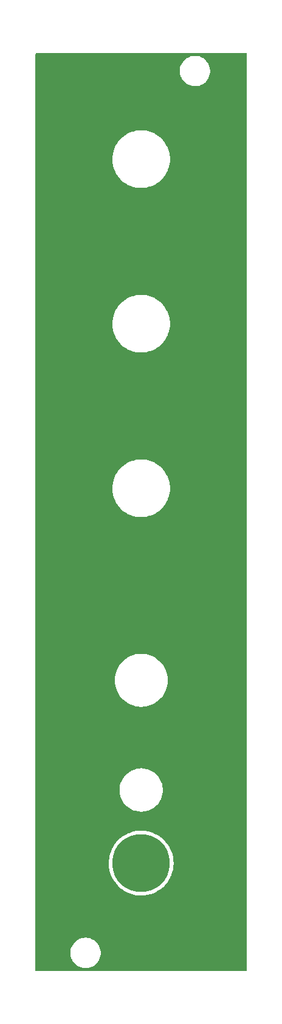
<source format=gbr>
%TF.GenerationSoftware,KiCad,Pcbnew,(6.0.5)*%
%TF.CreationDate,2023-02-15T12:36:01-05:00*%
%TF.ProjectId,wow_and_flutter,776f775f-616e-4645-9f66-6c7574746572,rev?*%
%TF.SameCoordinates,Original*%
%TF.FileFunction,Copper,L2,Bot*%
%TF.FilePolarity,Positive*%
%FSLAX46Y46*%
G04 Gerber Fmt 4.6, Leading zero omitted, Abs format (unit mm)*
G04 Created by KiCad (PCBNEW (6.0.5)) date 2023-02-15 12:36:01*
%MOMM*%
%LPD*%
G01*
G04 APERTURE LIST*
%TA.AperFunction,ComponentPad*%
%ADD10C,8.000000*%
%TD*%
G04 APERTURE END LIST*
D10*
%TO.P,H7,*%
%TO.N,*%
X91440000Y-138430000D03*
%TD*%
%TA.AperFunction,NonConductor*%
G36*
X106113621Y-25928502D02*
G01*
X106160114Y-25982158D01*
X106171500Y-26034500D01*
X106171500Y-153265500D01*
X106151498Y-153333621D01*
X106097842Y-153380114D01*
X106045500Y-153391500D01*
X76834500Y-153391500D01*
X76766379Y-153371498D01*
X76719886Y-153317842D01*
X76708500Y-153265500D01*
X76708500Y-151032703D01*
X81590743Y-151032703D01*
X81628268Y-151317734D01*
X81704129Y-151595036D01*
X81816923Y-151859476D01*
X81964561Y-152106161D01*
X82144313Y-152330528D01*
X82352851Y-152528423D01*
X82586317Y-152696186D01*
X82590112Y-152698195D01*
X82590113Y-152698196D01*
X82611869Y-152709715D01*
X82840392Y-152830712D01*
X83110373Y-152929511D01*
X83391264Y-152990755D01*
X83419841Y-152993004D01*
X83614282Y-153008307D01*
X83614291Y-153008307D01*
X83616739Y-153008500D01*
X83772271Y-153008500D01*
X83774407Y-153008354D01*
X83774418Y-153008354D01*
X83982548Y-152994165D01*
X83982554Y-152994164D01*
X83986825Y-152993873D01*
X83991020Y-152993004D01*
X83991022Y-152993004D01*
X84127583Y-152964724D01*
X84268342Y-152935574D01*
X84539343Y-152839607D01*
X84794812Y-152707750D01*
X84798313Y-152705289D01*
X84798317Y-152705287D01*
X84912418Y-152625095D01*
X85030023Y-152542441D01*
X85240622Y-152346740D01*
X85422713Y-152124268D01*
X85572927Y-151879142D01*
X85688483Y-151615898D01*
X85767244Y-151339406D01*
X85807751Y-151054784D01*
X85807845Y-151036951D01*
X85809235Y-150771583D01*
X85809235Y-150771576D01*
X85809257Y-150767297D01*
X85771732Y-150482266D01*
X85695871Y-150204964D01*
X85583077Y-149940524D01*
X85435439Y-149693839D01*
X85255687Y-149469472D01*
X85047149Y-149271577D01*
X84813683Y-149103814D01*
X84791843Y-149092250D01*
X84768654Y-149079972D01*
X84559608Y-148969288D01*
X84289627Y-148870489D01*
X84008736Y-148809245D01*
X83977685Y-148806801D01*
X83785718Y-148791693D01*
X83785709Y-148791693D01*
X83783261Y-148791500D01*
X83627729Y-148791500D01*
X83625593Y-148791646D01*
X83625582Y-148791646D01*
X83417452Y-148805835D01*
X83417446Y-148805836D01*
X83413175Y-148806127D01*
X83408980Y-148806996D01*
X83408978Y-148806996D01*
X83272417Y-148835276D01*
X83131658Y-148864426D01*
X82860657Y-148960393D01*
X82605188Y-149092250D01*
X82601687Y-149094711D01*
X82601683Y-149094713D01*
X82591594Y-149101804D01*
X82369977Y-149257559D01*
X82159378Y-149453260D01*
X81977287Y-149675732D01*
X81827073Y-149920858D01*
X81711517Y-150184102D01*
X81632756Y-150460594D01*
X81592249Y-150745216D01*
X81592227Y-150749505D01*
X81592226Y-150749512D01*
X81590765Y-151028417D01*
X81590743Y-151032703D01*
X76708500Y-151032703D01*
X76708500Y-138587512D01*
X86929433Y-138587512D01*
X86929662Y-138590357D01*
X86929662Y-138590360D01*
X86957465Y-138935910D01*
X86962273Y-138995668D01*
X87031969Y-139399168D01*
X87137949Y-139794691D01*
X87279340Y-140178980D01*
X87454979Y-140548874D01*
X87572260Y-140747186D01*
X87633473Y-140850691D01*
X87663418Y-140901326D01*
X87902944Y-141233436D01*
X88171584Y-141542471D01*
X88467126Y-141825886D01*
X88469344Y-141827656D01*
X88469349Y-141827661D01*
X88627133Y-141953618D01*
X88787139Y-142081349D01*
X88789520Y-142082919D01*
X89079482Y-142274113D01*
X89128989Y-142306757D01*
X89131519Y-142308113D01*
X89131518Y-142308113D01*
X89438340Y-142472630D01*
X89489860Y-142500255D01*
X89866784Y-142660250D01*
X89869522Y-142661129D01*
X90253931Y-142784549D01*
X90253935Y-142784550D01*
X90256657Y-142785424D01*
X90259447Y-142786048D01*
X90259452Y-142786049D01*
X90653477Y-142874125D01*
X90653488Y-142874127D01*
X90656271Y-142874749D01*
X91062335Y-142927487D01*
X91471509Y-142943206D01*
X91474371Y-142943056D01*
X91474372Y-142943056D01*
X91877566Y-142921926D01*
X91877573Y-142921925D01*
X91880422Y-142921776D01*
X91883245Y-142921369D01*
X91883247Y-142921369D01*
X92282889Y-142863780D01*
X92282896Y-142863779D01*
X92285711Y-142863373D01*
X92684038Y-142768478D01*
X92686736Y-142767570D01*
X92686743Y-142767568D01*
X93069414Y-142638785D01*
X93069420Y-142638783D01*
X93072126Y-142637872D01*
X93446779Y-142472630D01*
X93804914Y-142274113D01*
X94143583Y-142043954D01*
X94459998Y-141784047D01*
X94462036Y-141782038D01*
X94462043Y-141782031D01*
X94707161Y-141540311D01*
X94751555Y-141496533D01*
X94757261Y-141489781D01*
X95014008Y-141185963D01*
X95014013Y-141185957D01*
X95015854Y-141183778D01*
X95250719Y-140848356D01*
X95454217Y-140493027D01*
X95596815Y-140181567D01*
X95623485Y-140123316D01*
X95623488Y-140123307D01*
X95624674Y-140120718D01*
X95760685Y-139734492D01*
X95861133Y-139337528D01*
X95925189Y-138933095D01*
X95952326Y-138524520D01*
X95953316Y-138430000D01*
X95934741Y-138020947D01*
X95879169Y-137615260D01*
X95787057Y-137216280D01*
X95781460Y-137199255D01*
X95660057Y-136830005D01*
X95660054Y-136829998D01*
X95659164Y-136827290D01*
X95496542Y-136451492D01*
X95300529Y-136091980D01*
X95220190Y-135971971D01*
X95074332Y-135754090D01*
X95074324Y-135754079D01*
X95072740Y-135751713D01*
X94815049Y-135433491D01*
X94636382Y-135249763D01*
X94531567Y-135141980D01*
X94531563Y-135141976D01*
X94529577Y-135139934D01*
X94527419Y-135138084D01*
X94527409Y-135138075D01*
X94220849Y-134875321D01*
X94220844Y-134875317D01*
X94218675Y-134873458D01*
X94216344Y-134871801D01*
X94216337Y-134871796D01*
X94010663Y-134725632D01*
X93884900Y-134636257D01*
X93658345Y-134504399D01*
X93533474Y-134431722D01*
X93533469Y-134431719D01*
X93531001Y-134430283D01*
X93296846Y-134321095D01*
X93162487Y-134258442D01*
X93162477Y-134258438D01*
X93159891Y-134257232D01*
X93157194Y-134256261D01*
X92777314Y-134119495D01*
X92777305Y-134119492D01*
X92774624Y-134118527D01*
X92512247Y-134050183D01*
X92381140Y-134016032D01*
X92381134Y-134016031D01*
X92378371Y-134015311D01*
X91974395Y-133948433D01*
X91971552Y-133948224D01*
X91971550Y-133948224D01*
X91568865Y-133918653D01*
X91566019Y-133918444D01*
X91396043Y-133921411D01*
X91159458Y-133925540D01*
X91159453Y-133925540D01*
X91156607Y-133925590D01*
X91153774Y-133925898D01*
X91153770Y-133925898D01*
X90824896Y-133961625D01*
X90749527Y-133969813D01*
X90348130Y-134050749D01*
X90345402Y-134051562D01*
X90345391Y-134051565D01*
X90032867Y-134144733D01*
X89955721Y-134167731D01*
X89953060Y-134168795D01*
X89953058Y-134168796D01*
X89728927Y-134258442D01*
X89575529Y-134319797D01*
X89572982Y-134321095D01*
X89213227Y-134504399D01*
X89213222Y-134504402D01*
X89210684Y-134505695D01*
X88864189Y-134723894D01*
X88538896Y-134972599D01*
X88237483Y-135249763D01*
X87962430Y-135553104D01*
X87716002Y-135880125D01*
X87500227Y-136228135D01*
X87498947Y-136230691D01*
X87498942Y-136230700D01*
X87389635Y-136448982D01*
X87316881Y-136594269D01*
X87315840Y-136596925D01*
X87315837Y-136596932D01*
X87225561Y-136827290D01*
X87167473Y-136975513D01*
X87166681Y-136978240D01*
X87166677Y-136978251D01*
X87096715Y-137219063D01*
X87053233Y-137368729D01*
X86975101Y-137770681D01*
X86933721Y-138178060D01*
X86929433Y-138587512D01*
X76708500Y-138587512D01*
X76708500Y-128396196D01*
X88429044Y-128396196D01*
X88429405Y-128399810D01*
X88429405Y-128399816D01*
X88453694Y-128643157D01*
X88463503Y-128741431D01*
X88537414Y-129080417D01*
X88649797Y-129408661D01*
X88799163Y-129721812D01*
X88983532Y-130015721D01*
X88985804Y-130018557D01*
X88985809Y-130018564D01*
X89042252Y-130089016D01*
X89200459Y-130286491D01*
X89447071Y-130530534D01*
X89720098Y-130744614D01*
X90015921Y-130925895D01*
X90019206Y-130927420D01*
X90019210Y-130927422D01*
X90258653Y-131038567D01*
X90330620Y-131071973D01*
X90434926Y-131106469D01*
X90656578Y-131179774D01*
X90656583Y-131179775D01*
X90660023Y-131180913D01*
X90663578Y-131181649D01*
X90663581Y-131181650D01*
X90996214Y-131250535D01*
X90996217Y-131250535D01*
X90999764Y-131251270D01*
X91138221Y-131263627D01*
X91302076Y-131278251D01*
X91302082Y-131278251D01*
X91304869Y-131278500D01*
X91528432Y-131278500D01*
X91530251Y-131278395D01*
X91530255Y-131278395D01*
X91782754Y-131263836D01*
X91782759Y-131263835D01*
X91786374Y-131263627D01*
X91861388Y-131250535D01*
X92124585Y-131204600D01*
X92124592Y-131204598D01*
X92128158Y-131203976D01*
X92131633Y-131202947D01*
X92131640Y-131202945D01*
X92264863Y-131163482D01*
X92460820Y-131105437D01*
X92464159Y-131104013D01*
X92776614Y-130970740D01*
X92776617Y-130970738D01*
X92779952Y-130969316D01*
X92783099Y-130967521D01*
X92783103Y-130967519D01*
X93078184Y-130799208D01*
X93081324Y-130797417D01*
X93360940Y-130592018D01*
X93615096Y-130355842D01*
X93840422Y-130092019D01*
X94033931Y-129804047D01*
X94193060Y-129495741D01*
X94315698Y-129171189D01*
X94400220Y-128834692D01*
X94445506Y-128490711D01*
X94450956Y-128143804D01*
X94441163Y-128045685D01*
X94416857Y-127802177D01*
X94416497Y-127798569D01*
X94342586Y-127459583D01*
X94230203Y-127131339D01*
X94080837Y-126818188D01*
X93896468Y-126524279D01*
X93894196Y-126521443D01*
X93894191Y-126521436D01*
X93681813Y-126256345D01*
X93679541Y-126253509D01*
X93432929Y-126009466D01*
X93159902Y-125795386D01*
X92864079Y-125614105D01*
X92860794Y-125612580D01*
X92860790Y-125612578D01*
X92552663Y-125469551D01*
X92549380Y-125468027D01*
X92379112Y-125411716D01*
X92223422Y-125360226D01*
X92223417Y-125360225D01*
X92219977Y-125359087D01*
X92216422Y-125358351D01*
X92216419Y-125358350D01*
X91883786Y-125289465D01*
X91883783Y-125289465D01*
X91880236Y-125288730D01*
X91725947Y-125274960D01*
X91577924Y-125261749D01*
X91577918Y-125261749D01*
X91575131Y-125261500D01*
X91351568Y-125261500D01*
X91349749Y-125261605D01*
X91349745Y-125261605D01*
X91097246Y-125276164D01*
X91097241Y-125276165D01*
X91093626Y-125276373D01*
X91024669Y-125288408D01*
X90755415Y-125335400D01*
X90755408Y-125335402D01*
X90751842Y-125336024D01*
X90748367Y-125337053D01*
X90748360Y-125337055D01*
X90670137Y-125360226D01*
X90419180Y-125434563D01*
X90415844Y-125435986D01*
X90415841Y-125435987D01*
X90103386Y-125569260D01*
X90103383Y-125569262D01*
X90100048Y-125570684D01*
X90096901Y-125572479D01*
X90096897Y-125572481D01*
X90020602Y-125615999D01*
X89798676Y-125742583D01*
X89519060Y-125947982D01*
X89264904Y-126184158D01*
X89039578Y-126447981D01*
X88846069Y-126735953D01*
X88686940Y-127044259D01*
X88564302Y-127368811D01*
X88479780Y-127705308D01*
X88434494Y-128049289D01*
X88429044Y-128396196D01*
X76708500Y-128396196D01*
X76708500Y-113030000D01*
X87751445Y-113030000D01*
X87771651Y-113415559D01*
X87832049Y-113796894D01*
X87931976Y-114169826D01*
X88070337Y-114530270D01*
X88245618Y-114874277D01*
X88455896Y-115198078D01*
X88698869Y-115498125D01*
X88971875Y-115771131D01*
X89271922Y-116014104D01*
X89595723Y-116224382D01*
X89598657Y-116225877D01*
X89598664Y-116225881D01*
X89936790Y-116398165D01*
X89939730Y-116399663D01*
X90300174Y-116538024D01*
X90673106Y-116637951D01*
X90875643Y-116670030D01*
X91051193Y-116697835D01*
X91051201Y-116697836D01*
X91054441Y-116698349D01*
X91343543Y-116713500D01*
X91536457Y-116713500D01*
X91825559Y-116698349D01*
X91828799Y-116697836D01*
X91828807Y-116697835D01*
X92004357Y-116670030D01*
X92206894Y-116637951D01*
X92579826Y-116538024D01*
X92940270Y-116399663D01*
X92943210Y-116398165D01*
X93281336Y-116225881D01*
X93281343Y-116225877D01*
X93284277Y-116224382D01*
X93608078Y-116014104D01*
X93908125Y-115771131D01*
X94181131Y-115498125D01*
X94424104Y-115198078D01*
X94632585Y-114877046D01*
X94632586Y-114877044D01*
X94634382Y-114874278D01*
X94635882Y-114871336D01*
X94808165Y-114533210D01*
X94809663Y-114530270D01*
X94948024Y-114169826D01*
X95047951Y-113796894D01*
X95108349Y-113415559D01*
X95128555Y-113030000D01*
X95108349Y-112644441D01*
X95047951Y-112263106D01*
X94948024Y-111890174D01*
X94809663Y-111529730D01*
X94634382Y-111185723D01*
X94424104Y-110861922D01*
X94181131Y-110561875D01*
X93908125Y-110288869D01*
X93608078Y-110045896D01*
X93284277Y-109835618D01*
X93281343Y-109834123D01*
X93281336Y-109834119D01*
X92943210Y-109661835D01*
X92940270Y-109660337D01*
X92579826Y-109521976D01*
X92206894Y-109422049D01*
X92004357Y-109389970D01*
X91828807Y-109362165D01*
X91828799Y-109362164D01*
X91825559Y-109361651D01*
X91536457Y-109346500D01*
X91343543Y-109346500D01*
X91054441Y-109361651D01*
X91051201Y-109362164D01*
X91051193Y-109362165D01*
X90875643Y-109389970D01*
X90673106Y-109422049D01*
X90300174Y-109521976D01*
X89939730Y-109660337D01*
X89936790Y-109661835D01*
X89598664Y-109834119D01*
X89598657Y-109834123D01*
X89595723Y-109835618D01*
X89271922Y-110045896D01*
X88971875Y-110288869D01*
X88698869Y-110561875D01*
X88455896Y-110861922D01*
X88454094Y-110864697D01*
X88247416Y-111182953D01*
X88247414Y-111182956D01*
X88245618Y-111185722D01*
X88244123Y-111188656D01*
X88244119Y-111188663D01*
X88071835Y-111526790D01*
X88070337Y-111529730D01*
X87931976Y-111890174D01*
X87832049Y-112263106D01*
X87771651Y-112644441D01*
X87751445Y-113030000D01*
X76708500Y-113030000D01*
X76708500Y-86444052D01*
X87427391Y-86444052D01*
X87427612Y-86447171D01*
X87427612Y-86447178D01*
X87443735Y-86674895D01*
X87455579Y-86842168D01*
X87523169Y-87235515D01*
X87629491Y-87620205D01*
X87630614Y-87623107D01*
X87630617Y-87623117D01*
X87712390Y-87834487D01*
X87773495Y-87992433D01*
X87953757Y-88348518D01*
X87955436Y-88351148D01*
X87955442Y-88351159D01*
X88081363Y-88548434D01*
X88168494Y-88684939D01*
X88170423Y-88687386D01*
X88170428Y-88687393D01*
X88315769Y-88871756D01*
X88415582Y-88998368D01*
X88417757Y-89000624D01*
X88417762Y-89000630D01*
X88542283Y-89129800D01*
X88692578Y-89285708D01*
X88694971Y-89287741D01*
X88994348Y-89542081D01*
X88994357Y-89542088D01*
X88996743Y-89544115D01*
X88999323Y-89545898D01*
X89322497Y-89769258D01*
X89322506Y-89769263D01*
X89325069Y-89771035D01*
X89327804Y-89772548D01*
X89327809Y-89772551D01*
X89494018Y-89864492D01*
X89674309Y-89964224D01*
X89677178Y-89965457D01*
X89677189Y-89965462D01*
X90038142Y-90120539D01*
X90041010Y-90121771D01*
X90043987Y-90122712D01*
X90043991Y-90122714D01*
X90174707Y-90164054D01*
X90421545Y-90242118D01*
X90812152Y-90324076D01*
X90815269Y-90324412D01*
X90815270Y-90324412D01*
X91206516Y-90366570D01*
X91206519Y-90366570D01*
X91208967Y-90366834D01*
X91211430Y-90366905D01*
X91211431Y-90366905D01*
X91214681Y-90366999D01*
X91266803Y-90368500D01*
X91540217Y-90368500D01*
X91541780Y-90368422D01*
X91541788Y-90368422D01*
X91639009Y-90363582D01*
X91838619Y-90353645D01*
X91841704Y-90353181D01*
X91841706Y-90353181D01*
X92230203Y-90294773D01*
X92233296Y-90294308D01*
X92236332Y-90293537D01*
X92617085Y-90196838D01*
X92617088Y-90196837D01*
X92620128Y-90196065D01*
X92623076Y-90194995D01*
X92992352Y-90060955D01*
X92992362Y-90060951D01*
X92995290Y-90059888D01*
X93355071Y-89887123D01*
X93695915Y-89679479D01*
X93872862Y-89545898D01*
X94011957Y-89440892D01*
X94011960Y-89440890D01*
X94014451Y-89439009D01*
X94016733Y-89436899D01*
X94016742Y-89436892D01*
X94305231Y-89170214D01*
X94307528Y-89168091D01*
X94572249Y-88869405D01*
X94805995Y-88545903D01*
X95006455Y-88200785D01*
X95101188Y-87992433D01*
X95170349Y-87840321D01*
X95171648Y-87837464D01*
X95246420Y-87617194D01*
X95298931Y-87462499D01*
X95298932Y-87462496D01*
X95299938Y-87459532D01*
X95300642Y-87456494D01*
X95300645Y-87456484D01*
X95389353Y-87073770D01*
X95389353Y-87073768D01*
X95390058Y-87070728D01*
X95441117Y-86674895D01*
X95452609Y-86275948D01*
X95436487Y-86048240D01*
X95424643Y-85880968D01*
X95424421Y-85877832D01*
X95356831Y-85484485D01*
X95250509Y-85099795D01*
X95249386Y-85096893D01*
X95249383Y-85096883D01*
X95107635Y-84730488D01*
X95106505Y-84727567D01*
X94926243Y-84371482D01*
X94924564Y-84368852D01*
X94924558Y-84368841D01*
X94713187Y-84037695D01*
X94711506Y-84035061D01*
X94709577Y-84032614D01*
X94709572Y-84032607D01*
X94466362Y-83724098D01*
X94464418Y-83721632D01*
X94462243Y-83719376D01*
X94462238Y-83719370D01*
X94337717Y-83590200D01*
X94187422Y-83434292D01*
X94006975Y-83280991D01*
X93885652Y-83177919D01*
X93885643Y-83177912D01*
X93883257Y-83175885D01*
X93818504Y-83131131D01*
X93557503Y-82950742D01*
X93557494Y-82950737D01*
X93554931Y-82948965D01*
X93552196Y-82947452D01*
X93552191Y-82947449D01*
X93342618Y-82831520D01*
X93205691Y-82755776D01*
X93202822Y-82754543D01*
X93202811Y-82754538D01*
X92841858Y-82599461D01*
X92841855Y-82599460D01*
X92838990Y-82598229D01*
X92836013Y-82597288D01*
X92836009Y-82597286D01*
X92705293Y-82555946D01*
X92458455Y-82477882D01*
X92067848Y-82395924D01*
X92064730Y-82395588D01*
X91673484Y-82353430D01*
X91673481Y-82353430D01*
X91671033Y-82353166D01*
X91668570Y-82353095D01*
X91668569Y-82353095D01*
X91665319Y-82353001D01*
X91613197Y-82351500D01*
X91339783Y-82351500D01*
X91338220Y-82351578D01*
X91338212Y-82351578D01*
X91240991Y-82356418D01*
X91041381Y-82366355D01*
X91038296Y-82366819D01*
X91038294Y-82366819D01*
X90686720Y-82419676D01*
X90646704Y-82425692D01*
X90643669Y-82426463D01*
X90643668Y-82426463D01*
X90262915Y-82523162D01*
X90262912Y-82523163D01*
X90259872Y-82523935D01*
X90256925Y-82525005D01*
X90256924Y-82525005D01*
X89887648Y-82659045D01*
X89887638Y-82659049D01*
X89884710Y-82660112D01*
X89524929Y-82832877D01*
X89184085Y-83040521D01*
X89181575Y-83042416D01*
X89004777Y-83175885D01*
X88865549Y-83280991D01*
X88863267Y-83283101D01*
X88863258Y-83283108D01*
X88701908Y-83432259D01*
X88572472Y-83551909D01*
X88307751Y-83850595D01*
X88074005Y-84174097D01*
X87873545Y-84519215D01*
X87872255Y-84522052D01*
X87872253Y-84522056D01*
X87777484Y-84730488D01*
X87708352Y-84882536D01*
X87707344Y-84885505D01*
X87707341Y-84885513D01*
X87581069Y-85257501D01*
X87580062Y-85260468D01*
X87579358Y-85263506D01*
X87579355Y-85263516D01*
X87490647Y-85646230D01*
X87489942Y-85649272D01*
X87438883Y-86045105D01*
X87427391Y-86444052D01*
X76708500Y-86444052D01*
X76708500Y-63584052D01*
X87427391Y-63584052D01*
X87427612Y-63587171D01*
X87427612Y-63587178D01*
X87443735Y-63814895D01*
X87455579Y-63982168D01*
X87523169Y-64375515D01*
X87629491Y-64760205D01*
X87630614Y-64763107D01*
X87630617Y-64763117D01*
X87712390Y-64974487D01*
X87773495Y-65132433D01*
X87953757Y-65488518D01*
X87955436Y-65491148D01*
X87955442Y-65491159D01*
X88081363Y-65688434D01*
X88168494Y-65824939D01*
X88170423Y-65827386D01*
X88170428Y-65827393D01*
X88315769Y-66011756D01*
X88415582Y-66138368D01*
X88417757Y-66140624D01*
X88417762Y-66140630D01*
X88542283Y-66269800D01*
X88692578Y-66425708D01*
X88694971Y-66427741D01*
X88994348Y-66682081D01*
X88994357Y-66682088D01*
X88996743Y-66684115D01*
X88999323Y-66685898D01*
X89322497Y-66909258D01*
X89322506Y-66909263D01*
X89325069Y-66911035D01*
X89327804Y-66912548D01*
X89327809Y-66912551D01*
X89494018Y-67004492D01*
X89674309Y-67104224D01*
X89677178Y-67105457D01*
X89677189Y-67105462D01*
X90038142Y-67260539D01*
X90041010Y-67261771D01*
X90043987Y-67262712D01*
X90043991Y-67262714D01*
X90174707Y-67304054D01*
X90421545Y-67382118D01*
X90812152Y-67464076D01*
X90815269Y-67464412D01*
X90815270Y-67464412D01*
X91206516Y-67506570D01*
X91206519Y-67506570D01*
X91208967Y-67506834D01*
X91211430Y-67506905D01*
X91211431Y-67506905D01*
X91214681Y-67506999D01*
X91266803Y-67508500D01*
X91540217Y-67508500D01*
X91541780Y-67508422D01*
X91541788Y-67508422D01*
X91639009Y-67503582D01*
X91838619Y-67493645D01*
X91841704Y-67493181D01*
X91841706Y-67493181D01*
X92230203Y-67434773D01*
X92233296Y-67434308D01*
X92236332Y-67433537D01*
X92617085Y-67336838D01*
X92617088Y-67336837D01*
X92620128Y-67336065D01*
X92623076Y-67334995D01*
X92992352Y-67200955D01*
X92992362Y-67200951D01*
X92995290Y-67199888D01*
X93355071Y-67027123D01*
X93695915Y-66819479D01*
X93872862Y-66685898D01*
X94011957Y-66580892D01*
X94011960Y-66580890D01*
X94014451Y-66579009D01*
X94016733Y-66576899D01*
X94016742Y-66576892D01*
X94305231Y-66310214D01*
X94307528Y-66308091D01*
X94572249Y-66009405D01*
X94805995Y-65685903D01*
X95006455Y-65340785D01*
X95101188Y-65132433D01*
X95170349Y-64980321D01*
X95171648Y-64977464D01*
X95246420Y-64757194D01*
X95298931Y-64602499D01*
X95298932Y-64602496D01*
X95299938Y-64599532D01*
X95300642Y-64596494D01*
X95300645Y-64596484D01*
X95389353Y-64213770D01*
X95389353Y-64213768D01*
X95390058Y-64210728D01*
X95441117Y-63814895D01*
X95452609Y-63415948D01*
X95436487Y-63188240D01*
X95424643Y-63020968D01*
X95424421Y-63017832D01*
X95356831Y-62624485D01*
X95250509Y-62239795D01*
X95249386Y-62236893D01*
X95249383Y-62236883D01*
X95107635Y-61870488D01*
X95106505Y-61867567D01*
X94926243Y-61511482D01*
X94924564Y-61508852D01*
X94924558Y-61508841D01*
X94713187Y-61177695D01*
X94711506Y-61175061D01*
X94709577Y-61172614D01*
X94709572Y-61172607D01*
X94466362Y-60864098D01*
X94464418Y-60861632D01*
X94462243Y-60859376D01*
X94462238Y-60859370D01*
X94337717Y-60730200D01*
X94187422Y-60574292D01*
X94006975Y-60420991D01*
X93885652Y-60317919D01*
X93885643Y-60317912D01*
X93883257Y-60315885D01*
X93818504Y-60271131D01*
X93557503Y-60090742D01*
X93557494Y-60090737D01*
X93554931Y-60088965D01*
X93552196Y-60087452D01*
X93552191Y-60087449D01*
X93342618Y-59971520D01*
X93205691Y-59895776D01*
X93202822Y-59894543D01*
X93202811Y-59894538D01*
X92841858Y-59739461D01*
X92841855Y-59739460D01*
X92838990Y-59738229D01*
X92836013Y-59737288D01*
X92836009Y-59737286D01*
X92705293Y-59695946D01*
X92458455Y-59617882D01*
X92067848Y-59535924D01*
X92064730Y-59535588D01*
X91673484Y-59493430D01*
X91673481Y-59493430D01*
X91671033Y-59493166D01*
X91668570Y-59493095D01*
X91668569Y-59493095D01*
X91665319Y-59493001D01*
X91613197Y-59491500D01*
X91339783Y-59491500D01*
X91338220Y-59491578D01*
X91338212Y-59491578D01*
X91240991Y-59496418D01*
X91041381Y-59506355D01*
X91038296Y-59506819D01*
X91038294Y-59506819D01*
X90686720Y-59559676D01*
X90646704Y-59565692D01*
X90643669Y-59566463D01*
X90643668Y-59566463D01*
X90262915Y-59663162D01*
X90262912Y-59663163D01*
X90259872Y-59663935D01*
X90256925Y-59665005D01*
X90256924Y-59665005D01*
X89887648Y-59799045D01*
X89887638Y-59799049D01*
X89884710Y-59800112D01*
X89524929Y-59972877D01*
X89184085Y-60180521D01*
X89181575Y-60182416D01*
X89004777Y-60315885D01*
X88865549Y-60420991D01*
X88863267Y-60423101D01*
X88863258Y-60423108D01*
X88701908Y-60572259D01*
X88572472Y-60691909D01*
X88307751Y-60990595D01*
X88074005Y-61314097D01*
X87873545Y-61659215D01*
X87872255Y-61662052D01*
X87872253Y-61662056D01*
X87777484Y-61870488D01*
X87708352Y-62022536D01*
X87707344Y-62025505D01*
X87707341Y-62025513D01*
X87581069Y-62397501D01*
X87580062Y-62400468D01*
X87579358Y-62403506D01*
X87579355Y-62403516D01*
X87490647Y-62786230D01*
X87489942Y-62789272D01*
X87438883Y-63185105D01*
X87427391Y-63584052D01*
X76708500Y-63584052D01*
X76708500Y-40724052D01*
X87427391Y-40724052D01*
X87427612Y-40727171D01*
X87427612Y-40727178D01*
X87443735Y-40954895D01*
X87455579Y-41122168D01*
X87523169Y-41515515D01*
X87629491Y-41900205D01*
X87630614Y-41903107D01*
X87630617Y-41903117D01*
X87712390Y-42114487D01*
X87773495Y-42272433D01*
X87953757Y-42628518D01*
X87955436Y-42631148D01*
X87955442Y-42631159D01*
X88081363Y-42828434D01*
X88168494Y-42964939D01*
X88170423Y-42967386D01*
X88170428Y-42967393D01*
X88315769Y-43151756D01*
X88415582Y-43278368D01*
X88417757Y-43280624D01*
X88417762Y-43280630D01*
X88542283Y-43409800D01*
X88692578Y-43565708D01*
X88694971Y-43567741D01*
X88994348Y-43822081D01*
X88994357Y-43822088D01*
X88996743Y-43824115D01*
X88999323Y-43825898D01*
X89322497Y-44049258D01*
X89322506Y-44049263D01*
X89325069Y-44051035D01*
X89327804Y-44052548D01*
X89327809Y-44052551D01*
X89494018Y-44144492D01*
X89674309Y-44244224D01*
X89677178Y-44245457D01*
X89677189Y-44245462D01*
X90038142Y-44400539D01*
X90041010Y-44401771D01*
X90043987Y-44402712D01*
X90043991Y-44402714D01*
X90174707Y-44444054D01*
X90421545Y-44522118D01*
X90812152Y-44604076D01*
X90815269Y-44604412D01*
X90815270Y-44604412D01*
X91206516Y-44646570D01*
X91206519Y-44646570D01*
X91208967Y-44646834D01*
X91211430Y-44646905D01*
X91211431Y-44646905D01*
X91214681Y-44646999D01*
X91266803Y-44648500D01*
X91540217Y-44648500D01*
X91541780Y-44648422D01*
X91541788Y-44648422D01*
X91639009Y-44643582D01*
X91838619Y-44633645D01*
X91841704Y-44633181D01*
X91841706Y-44633181D01*
X92230203Y-44574773D01*
X92233296Y-44574308D01*
X92236332Y-44573537D01*
X92617085Y-44476838D01*
X92617088Y-44476837D01*
X92620128Y-44476065D01*
X92623076Y-44474995D01*
X92992352Y-44340955D01*
X92992362Y-44340951D01*
X92995290Y-44339888D01*
X93355071Y-44167123D01*
X93695915Y-43959479D01*
X93872862Y-43825898D01*
X94011957Y-43720892D01*
X94011960Y-43720890D01*
X94014451Y-43719009D01*
X94016733Y-43716899D01*
X94016742Y-43716892D01*
X94305231Y-43450214D01*
X94307528Y-43448091D01*
X94572249Y-43149405D01*
X94805995Y-42825903D01*
X95006455Y-42480785D01*
X95101188Y-42272433D01*
X95170349Y-42120321D01*
X95171648Y-42117464D01*
X95246420Y-41897194D01*
X95298931Y-41742499D01*
X95298932Y-41742496D01*
X95299938Y-41739532D01*
X95300642Y-41736494D01*
X95300645Y-41736484D01*
X95389353Y-41353770D01*
X95389353Y-41353768D01*
X95390058Y-41350728D01*
X95441117Y-40954895D01*
X95452609Y-40555948D01*
X95436487Y-40328240D01*
X95424643Y-40160968D01*
X95424421Y-40157832D01*
X95356831Y-39764485D01*
X95250509Y-39379795D01*
X95249386Y-39376893D01*
X95249383Y-39376883D01*
X95107635Y-39010488D01*
X95106505Y-39007567D01*
X94926243Y-38651482D01*
X94924564Y-38648852D01*
X94924558Y-38648841D01*
X94713187Y-38317695D01*
X94711506Y-38315061D01*
X94709577Y-38312614D01*
X94709572Y-38312607D01*
X94466362Y-38004098D01*
X94464418Y-38001632D01*
X94462243Y-37999376D01*
X94462238Y-37999370D01*
X94337717Y-37870200D01*
X94187422Y-37714292D01*
X94006975Y-37560991D01*
X93885652Y-37457919D01*
X93885643Y-37457912D01*
X93883257Y-37455885D01*
X93818504Y-37411131D01*
X93557503Y-37230742D01*
X93557494Y-37230737D01*
X93554931Y-37228965D01*
X93552196Y-37227452D01*
X93552191Y-37227449D01*
X93342618Y-37111520D01*
X93205691Y-37035776D01*
X93202822Y-37034543D01*
X93202811Y-37034538D01*
X92841858Y-36879461D01*
X92841855Y-36879460D01*
X92838990Y-36878229D01*
X92836013Y-36877288D01*
X92836009Y-36877286D01*
X92705293Y-36835946D01*
X92458455Y-36757882D01*
X92067848Y-36675924D01*
X92064730Y-36675588D01*
X91673484Y-36633430D01*
X91673481Y-36633430D01*
X91671033Y-36633166D01*
X91668570Y-36633095D01*
X91668569Y-36633095D01*
X91665319Y-36633001D01*
X91613197Y-36631500D01*
X91339783Y-36631500D01*
X91338220Y-36631578D01*
X91338212Y-36631578D01*
X91240991Y-36636418D01*
X91041381Y-36646355D01*
X91038296Y-36646819D01*
X91038294Y-36646819D01*
X90686720Y-36699676D01*
X90646704Y-36705692D01*
X90643669Y-36706463D01*
X90643668Y-36706463D01*
X90262915Y-36803162D01*
X90262912Y-36803163D01*
X90259872Y-36803935D01*
X90256925Y-36805005D01*
X90256924Y-36805005D01*
X89887648Y-36939045D01*
X89887638Y-36939049D01*
X89884710Y-36940112D01*
X89524929Y-37112877D01*
X89184085Y-37320521D01*
X89181575Y-37322416D01*
X89004777Y-37455885D01*
X88865549Y-37560991D01*
X88863267Y-37563101D01*
X88863258Y-37563108D01*
X88701908Y-37712259D01*
X88572472Y-37831909D01*
X88307751Y-38130595D01*
X88074005Y-38454097D01*
X87873545Y-38799215D01*
X87872255Y-38802052D01*
X87872253Y-38802056D01*
X87777484Y-39010488D01*
X87708352Y-39162536D01*
X87707344Y-39165505D01*
X87707341Y-39165513D01*
X87581069Y-39537501D01*
X87580062Y-39540468D01*
X87579358Y-39543506D01*
X87579355Y-39543516D01*
X87490647Y-39926230D01*
X87489942Y-39929272D01*
X87438883Y-40325105D01*
X87427391Y-40724052D01*
X76708500Y-40724052D01*
X76708500Y-28532703D01*
X96830743Y-28532703D01*
X96868268Y-28817734D01*
X96944129Y-29095036D01*
X97056923Y-29359476D01*
X97204561Y-29606161D01*
X97384313Y-29830528D01*
X97592851Y-30028423D01*
X97826317Y-30196186D01*
X97830112Y-30198195D01*
X97830113Y-30198196D01*
X97851869Y-30209715D01*
X98080392Y-30330712D01*
X98350373Y-30429511D01*
X98631264Y-30490755D01*
X98659841Y-30493004D01*
X98854282Y-30508307D01*
X98854291Y-30508307D01*
X98856739Y-30508500D01*
X99012271Y-30508500D01*
X99014407Y-30508354D01*
X99014418Y-30508354D01*
X99222548Y-30494165D01*
X99222554Y-30494164D01*
X99226825Y-30493873D01*
X99231020Y-30493004D01*
X99231022Y-30493004D01*
X99367584Y-30464723D01*
X99508342Y-30435574D01*
X99779343Y-30339607D01*
X100034812Y-30207750D01*
X100038313Y-30205289D01*
X100038317Y-30205287D01*
X100152417Y-30125096D01*
X100270023Y-30042441D01*
X100480622Y-29846740D01*
X100662713Y-29624268D01*
X100812927Y-29379142D01*
X100928483Y-29115898D01*
X101007244Y-28839406D01*
X101047751Y-28554784D01*
X101047845Y-28536951D01*
X101049235Y-28271583D01*
X101049235Y-28271576D01*
X101049257Y-28267297D01*
X101011732Y-27982266D01*
X100935871Y-27704964D01*
X100823077Y-27440524D01*
X100675439Y-27193839D01*
X100495687Y-26969472D01*
X100287149Y-26771577D01*
X100053683Y-26603814D01*
X100031843Y-26592250D01*
X100008654Y-26579972D01*
X99799608Y-26469288D01*
X99529627Y-26370489D01*
X99248736Y-26309245D01*
X99217685Y-26306801D01*
X99025718Y-26291693D01*
X99025709Y-26291693D01*
X99023261Y-26291500D01*
X98867729Y-26291500D01*
X98865593Y-26291646D01*
X98865582Y-26291646D01*
X98657452Y-26305835D01*
X98657446Y-26305836D01*
X98653175Y-26306127D01*
X98648980Y-26306996D01*
X98648978Y-26306996D01*
X98512417Y-26335276D01*
X98371658Y-26364426D01*
X98100657Y-26460393D01*
X97845188Y-26592250D01*
X97841687Y-26594711D01*
X97841683Y-26594713D01*
X97831594Y-26601804D01*
X97609977Y-26757559D01*
X97399378Y-26953260D01*
X97217287Y-27175732D01*
X97067073Y-27420858D01*
X96951517Y-27684102D01*
X96872756Y-27960594D01*
X96832249Y-28245216D01*
X96832227Y-28249505D01*
X96832226Y-28249512D01*
X96830765Y-28528417D01*
X96830743Y-28532703D01*
X76708500Y-28532703D01*
X76708500Y-26034500D01*
X76728502Y-25966379D01*
X76782158Y-25919886D01*
X76834500Y-25908500D01*
X106045500Y-25908500D01*
X106113621Y-25928502D01*
G37*
%TD.AperFunction*%
M02*

</source>
